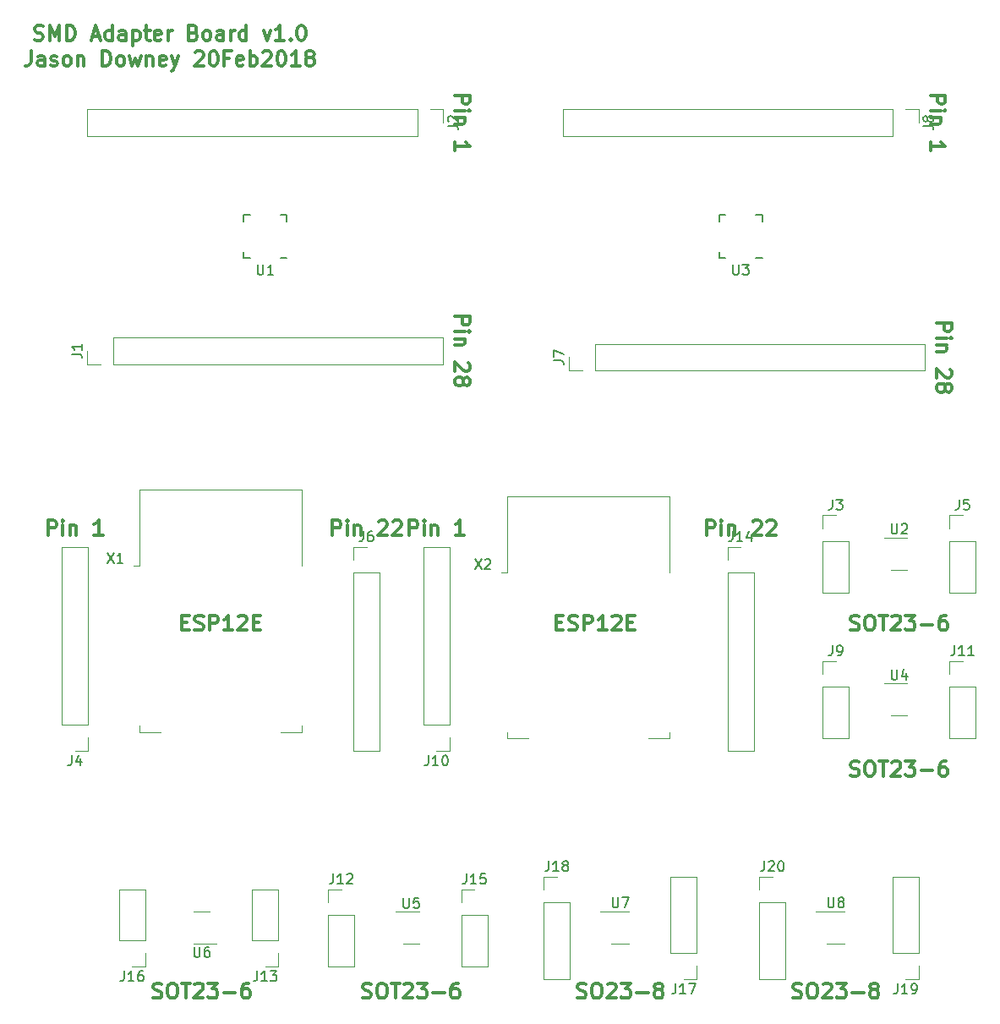
<source format=gbr>
G04 #@! TF.FileFunction,Legend,Top*
%FSLAX46Y46*%
G04 Gerber Fmt 4.6, Leading zero omitted, Abs format (unit mm)*
G04 Created by KiCad (PCBNEW 4.0.7) date 02/20/18 21:57:51*
%MOMM*%
%LPD*%
G01*
G04 APERTURE LIST*
%ADD10C,0.100000*%
%ADD11C,0.300000*%
%ADD12C,0.150000*%
%ADD13C,0.120000*%
G04 APERTURE END LIST*
D10*
D11*
X15003572Y-16477143D02*
X15217858Y-16548571D01*
X15575001Y-16548571D01*
X15717858Y-16477143D01*
X15789287Y-16405714D01*
X15860715Y-16262857D01*
X15860715Y-16120000D01*
X15789287Y-15977143D01*
X15717858Y-15905714D01*
X15575001Y-15834286D01*
X15289287Y-15762857D01*
X15146429Y-15691429D01*
X15075001Y-15620000D01*
X15003572Y-15477143D01*
X15003572Y-15334286D01*
X15075001Y-15191429D01*
X15146429Y-15120000D01*
X15289287Y-15048571D01*
X15646429Y-15048571D01*
X15860715Y-15120000D01*
X16503572Y-16548571D02*
X16503572Y-15048571D01*
X17003572Y-16120000D01*
X17503572Y-15048571D01*
X17503572Y-16548571D01*
X18217858Y-16548571D02*
X18217858Y-15048571D01*
X18575001Y-15048571D01*
X18789286Y-15120000D01*
X18932144Y-15262857D01*
X19003572Y-15405714D01*
X19075001Y-15691429D01*
X19075001Y-15905714D01*
X19003572Y-16191429D01*
X18932144Y-16334286D01*
X18789286Y-16477143D01*
X18575001Y-16548571D01*
X18217858Y-16548571D01*
X20789286Y-16120000D02*
X21503572Y-16120000D01*
X20646429Y-16548571D02*
X21146429Y-15048571D01*
X21646429Y-16548571D01*
X22789286Y-16548571D02*
X22789286Y-15048571D01*
X22789286Y-16477143D02*
X22646429Y-16548571D01*
X22360715Y-16548571D01*
X22217857Y-16477143D01*
X22146429Y-16405714D01*
X22075000Y-16262857D01*
X22075000Y-15834286D01*
X22146429Y-15691429D01*
X22217857Y-15620000D01*
X22360715Y-15548571D01*
X22646429Y-15548571D01*
X22789286Y-15620000D01*
X24146429Y-16548571D02*
X24146429Y-15762857D01*
X24075000Y-15620000D01*
X23932143Y-15548571D01*
X23646429Y-15548571D01*
X23503572Y-15620000D01*
X24146429Y-16477143D02*
X24003572Y-16548571D01*
X23646429Y-16548571D01*
X23503572Y-16477143D01*
X23432143Y-16334286D01*
X23432143Y-16191429D01*
X23503572Y-16048571D01*
X23646429Y-15977143D01*
X24003572Y-15977143D01*
X24146429Y-15905714D01*
X24860715Y-15548571D02*
X24860715Y-17048571D01*
X24860715Y-15620000D02*
X25003572Y-15548571D01*
X25289286Y-15548571D01*
X25432143Y-15620000D01*
X25503572Y-15691429D01*
X25575001Y-15834286D01*
X25575001Y-16262857D01*
X25503572Y-16405714D01*
X25432143Y-16477143D01*
X25289286Y-16548571D01*
X25003572Y-16548571D01*
X24860715Y-16477143D01*
X26003572Y-15548571D02*
X26575001Y-15548571D01*
X26217858Y-15048571D02*
X26217858Y-16334286D01*
X26289286Y-16477143D01*
X26432144Y-16548571D01*
X26575001Y-16548571D01*
X27646429Y-16477143D02*
X27503572Y-16548571D01*
X27217858Y-16548571D01*
X27075001Y-16477143D01*
X27003572Y-16334286D01*
X27003572Y-15762857D01*
X27075001Y-15620000D01*
X27217858Y-15548571D01*
X27503572Y-15548571D01*
X27646429Y-15620000D01*
X27717858Y-15762857D01*
X27717858Y-15905714D01*
X27003572Y-16048571D01*
X28360715Y-16548571D02*
X28360715Y-15548571D01*
X28360715Y-15834286D02*
X28432143Y-15691429D01*
X28503572Y-15620000D01*
X28646429Y-15548571D01*
X28789286Y-15548571D01*
X30932143Y-15762857D02*
X31146429Y-15834286D01*
X31217857Y-15905714D01*
X31289286Y-16048571D01*
X31289286Y-16262857D01*
X31217857Y-16405714D01*
X31146429Y-16477143D01*
X31003571Y-16548571D01*
X30432143Y-16548571D01*
X30432143Y-15048571D01*
X30932143Y-15048571D01*
X31075000Y-15120000D01*
X31146429Y-15191429D01*
X31217857Y-15334286D01*
X31217857Y-15477143D01*
X31146429Y-15620000D01*
X31075000Y-15691429D01*
X30932143Y-15762857D01*
X30432143Y-15762857D01*
X32146429Y-16548571D02*
X32003571Y-16477143D01*
X31932143Y-16405714D01*
X31860714Y-16262857D01*
X31860714Y-15834286D01*
X31932143Y-15691429D01*
X32003571Y-15620000D01*
X32146429Y-15548571D01*
X32360714Y-15548571D01*
X32503571Y-15620000D01*
X32575000Y-15691429D01*
X32646429Y-15834286D01*
X32646429Y-16262857D01*
X32575000Y-16405714D01*
X32503571Y-16477143D01*
X32360714Y-16548571D01*
X32146429Y-16548571D01*
X33932143Y-16548571D02*
X33932143Y-15762857D01*
X33860714Y-15620000D01*
X33717857Y-15548571D01*
X33432143Y-15548571D01*
X33289286Y-15620000D01*
X33932143Y-16477143D02*
X33789286Y-16548571D01*
X33432143Y-16548571D01*
X33289286Y-16477143D01*
X33217857Y-16334286D01*
X33217857Y-16191429D01*
X33289286Y-16048571D01*
X33432143Y-15977143D01*
X33789286Y-15977143D01*
X33932143Y-15905714D01*
X34646429Y-16548571D02*
X34646429Y-15548571D01*
X34646429Y-15834286D02*
X34717857Y-15691429D01*
X34789286Y-15620000D01*
X34932143Y-15548571D01*
X35075000Y-15548571D01*
X36217857Y-16548571D02*
X36217857Y-15048571D01*
X36217857Y-16477143D02*
X36075000Y-16548571D01*
X35789286Y-16548571D01*
X35646428Y-16477143D01*
X35575000Y-16405714D01*
X35503571Y-16262857D01*
X35503571Y-15834286D01*
X35575000Y-15691429D01*
X35646428Y-15620000D01*
X35789286Y-15548571D01*
X36075000Y-15548571D01*
X36217857Y-15620000D01*
X37932143Y-15548571D02*
X38289286Y-16548571D01*
X38646428Y-15548571D01*
X40003571Y-16548571D02*
X39146428Y-16548571D01*
X39575000Y-16548571D02*
X39575000Y-15048571D01*
X39432143Y-15262857D01*
X39289285Y-15405714D01*
X39146428Y-15477143D01*
X40646428Y-16405714D02*
X40717856Y-16477143D01*
X40646428Y-16548571D01*
X40574999Y-16477143D01*
X40646428Y-16405714D01*
X40646428Y-16548571D01*
X41646428Y-15048571D02*
X41789285Y-15048571D01*
X41932142Y-15120000D01*
X42003571Y-15191429D01*
X42075000Y-15334286D01*
X42146428Y-15620000D01*
X42146428Y-15977143D01*
X42075000Y-16262857D01*
X42003571Y-16405714D01*
X41932142Y-16477143D01*
X41789285Y-16548571D01*
X41646428Y-16548571D01*
X41503571Y-16477143D01*
X41432142Y-16405714D01*
X41360714Y-16262857D01*
X41289285Y-15977143D01*
X41289285Y-15620000D01*
X41360714Y-15334286D01*
X41432142Y-15191429D01*
X41503571Y-15120000D01*
X41646428Y-15048571D01*
X14646430Y-17598571D02*
X14646430Y-18670000D01*
X14575002Y-18884286D01*
X14432145Y-19027143D01*
X14217859Y-19098571D01*
X14075002Y-19098571D01*
X16003573Y-19098571D02*
X16003573Y-18312857D01*
X15932144Y-18170000D01*
X15789287Y-18098571D01*
X15503573Y-18098571D01*
X15360716Y-18170000D01*
X16003573Y-19027143D02*
X15860716Y-19098571D01*
X15503573Y-19098571D01*
X15360716Y-19027143D01*
X15289287Y-18884286D01*
X15289287Y-18741429D01*
X15360716Y-18598571D01*
X15503573Y-18527143D01*
X15860716Y-18527143D01*
X16003573Y-18455714D01*
X16646430Y-19027143D02*
X16789287Y-19098571D01*
X17075002Y-19098571D01*
X17217859Y-19027143D01*
X17289287Y-18884286D01*
X17289287Y-18812857D01*
X17217859Y-18670000D01*
X17075002Y-18598571D01*
X16860716Y-18598571D01*
X16717859Y-18527143D01*
X16646430Y-18384286D01*
X16646430Y-18312857D01*
X16717859Y-18170000D01*
X16860716Y-18098571D01*
X17075002Y-18098571D01*
X17217859Y-18170000D01*
X18146431Y-19098571D02*
X18003573Y-19027143D01*
X17932145Y-18955714D01*
X17860716Y-18812857D01*
X17860716Y-18384286D01*
X17932145Y-18241429D01*
X18003573Y-18170000D01*
X18146431Y-18098571D01*
X18360716Y-18098571D01*
X18503573Y-18170000D01*
X18575002Y-18241429D01*
X18646431Y-18384286D01*
X18646431Y-18812857D01*
X18575002Y-18955714D01*
X18503573Y-19027143D01*
X18360716Y-19098571D01*
X18146431Y-19098571D01*
X19289288Y-18098571D02*
X19289288Y-19098571D01*
X19289288Y-18241429D02*
X19360716Y-18170000D01*
X19503574Y-18098571D01*
X19717859Y-18098571D01*
X19860716Y-18170000D01*
X19932145Y-18312857D01*
X19932145Y-19098571D01*
X21789288Y-19098571D02*
X21789288Y-17598571D01*
X22146431Y-17598571D01*
X22360716Y-17670000D01*
X22503574Y-17812857D01*
X22575002Y-17955714D01*
X22646431Y-18241429D01*
X22646431Y-18455714D01*
X22575002Y-18741429D01*
X22503574Y-18884286D01*
X22360716Y-19027143D01*
X22146431Y-19098571D01*
X21789288Y-19098571D01*
X23503574Y-19098571D02*
X23360716Y-19027143D01*
X23289288Y-18955714D01*
X23217859Y-18812857D01*
X23217859Y-18384286D01*
X23289288Y-18241429D01*
X23360716Y-18170000D01*
X23503574Y-18098571D01*
X23717859Y-18098571D01*
X23860716Y-18170000D01*
X23932145Y-18241429D01*
X24003574Y-18384286D01*
X24003574Y-18812857D01*
X23932145Y-18955714D01*
X23860716Y-19027143D01*
X23717859Y-19098571D01*
X23503574Y-19098571D01*
X24503574Y-18098571D02*
X24789288Y-19098571D01*
X25075002Y-18384286D01*
X25360717Y-19098571D01*
X25646431Y-18098571D01*
X26217860Y-18098571D02*
X26217860Y-19098571D01*
X26217860Y-18241429D02*
X26289288Y-18170000D01*
X26432146Y-18098571D01*
X26646431Y-18098571D01*
X26789288Y-18170000D01*
X26860717Y-18312857D01*
X26860717Y-19098571D01*
X28146431Y-19027143D02*
X28003574Y-19098571D01*
X27717860Y-19098571D01*
X27575003Y-19027143D01*
X27503574Y-18884286D01*
X27503574Y-18312857D01*
X27575003Y-18170000D01*
X27717860Y-18098571D01*
X28003574Y-18098571D01*
X28146431Y-18170000D01*
X28217860Y-18312857D01*
X28217860Y-18455714D01*
X27503574Y-18598571D01*
X28717860Y-18098571D02*
X29075003Y-19098571D01*
X29432145Y-18098571D02*
X29075003Y-19098571D01*
X28932145Y-19455714D01*
X28860717Y-19527143D01*
X28717860Y-19598571D01*
X31075002Y-17741429D02*
X31146431Y-17670000D01*
X31289288Y-17598571D01*
X31646431Y-17598571D01*
X31789288Y-17670000D01*
X31860717Y-17741429D01*
X31932145Y-17884286D01*
X31932145Y-18027143D01*
X31860717Y-18241429D01*
X31003574Y-19098571D01*
X31932145Y-19098571D01*
X32860716Y-17598571D02*
X33003573Y-17598571D01*
X33146430Y-17670000D01*
X33217859Y-17741429D01*
X33289288Y-17884286D01*
X33360716Y-18170000D01*
X33360716Y-18527143D01*
X33289288Y-18812857D01*
X33217859Y-18955714D01*
X33146430Y-19027143D01*
X33003573Y-19098571D01*
X32860716Y-19098571D01*
X32717859Y-19027143D01*
X32646430Y-18955714D01*
X32575002Y-18812857D01*
X32503573Y-18527143D01*
X32503573Y-18170000D01*
X32575002Y-17884286D01*
X32646430Y-17741429D01*
X32717859Y-17670000D01*
X32860716Y-17598571D01*
X34503573Y-18312857D02*
X34003573Y-18312857D01*
X34003573Y-19098571D02*
X34003573Y-17598571D01*
X34717859Y-17598571D01*
X35860715Y-19027143D02*
X35717858Y-19098571D01*
X35432144Y-19098571D01*
X35289287Y-19027143D01*
X35217858Y-18884286D01*
X35217858Y-18312857D01*
X35289287Y-18170000D01*
X35432144Y-18098571D01*
X35717858Y-18098571D01*
X35860715Y-18170000D01*
X35932144Y-18312857D01*
X35932144Y-18455714D01*
X35217858Y-18598571D01*
X36575001Y-19098571D02*
X36575001Y-17598571D01*
X36575001Y-18170000D02*
X36717858Y-18098571D01*
X37003572Y-18098571D01*
X37146429Y-18170000D01*
X37217858Y-18241429D01*
X37289287Y-18384286D01*
X37289287Y-18812857D01*
X37217858Y-18955714D01*
X37146429Y-19027143D01*
X37003572Y-19098571D01*
X36717858Y-19098571D01*
X36575001Y-19027143D01*
X37860715Y-17741429D02*
X37932144Y-17670000D01*
X38075001Y-17598571D01*
X38432144Y-17598571D01*
X38575001Y-17670000D01*
X38646430Y-17741429D01*
X38717858Y-17884286D01*
X38717858Y-18027143D01*
X38646430Y-18241429D01*
X37789287Y-19098571D01*
X38717858Y-19098571D01*
X39646429Y-17598571D02*
X39789286Y-17598571D01*
X39932143Y-17670000D01*
X40003572Y-17741429D01*
X40075001Y-17884286D01*
X40146429Y-18170000D01*
X40146429Y-18527143D01*
X40075001Y-18812857D01*
X40003572Y-18955714D01*
X39932143Y-19027143D01*
X39789286Y-19098571D01*
X39646429Y-19098571D01*
X39503572Y-19027143D01*
X39432143Y-18955714D01*
X39360715Y-18812857D01*
X39289286Y-18527143D01*
X39289286Y-18170000D01*
X39360715Y-17884286D01*
X39432143Y-17741429D01*
X39503572Y-17670000D01*
X39646429Y-17598571D01*
X41575000Y-19098571D02*
X40717857Y-19098571D01*
X41146429Y-19098571D02*
X41146429Y-17598571D01*
X41003572Y-17812857D01*
X40860714Y-17955714D01*
X40717857Y-18027143D01*
X42432143Y-18241429D02*
X42289285Y-18170000D01*
X42217857Y-18098571D01*
X42146428Y-17955714D01*
X42146428Y-17884286D01*
X42217857Y-17741429D01*
X42289285Y-17670000D01*
X42432143Y-17598571D01*
X42717857Y-17598571D01*
X42860714Y-17670000D01*
X42932143Y-17741429D01*
X43003571Y-17884286D01*
X43003571Y-17955714D01*
X42932143Y-18098571D01*
X42860714Y-18170000D01*
X42717857Y-18241429D01*
X42432143Y-18241429D01*
X42289285Y-18312857D01*
X42217857Y-18384286D01*
X42146428Y-18527143D01*
X42146428Y-18812857D01*
X42217857Y-18955714D01*
X42289285Y-19027143D01*
X42432143Y-19098571D01*
X42717857Y-19098571D01*
X42860714Y-19027143D01*
X42932143Y-18955714D01*
X43003571Y-18812857D01*
X43003571Y-18527143D01*
X42932143Y-18384286D01*
X42860714Y-18312857D01*
X42717857Y-18241429D01*
X67227144Y-74822857D02*
X67727144Y-74822857D01*
X67941430Y-75608571D02*
X67227144Y-75608571D01*
X67227144Y-74108571D01*
X67941430Y-74108571D01*
X68512858Y-75537143D02*
X68727144Y-75608571D01*
X69084287Y-75608571D01*
X69227144Y-75537143D01*
X69298573Y-75465714D01*
X69370001Y-75322857D01*
X69370001Y-75180000D01*
X69298573Y-75037143D01*
X69227144Y-74965714D01*
X69084287Y-74894286D01*
X68798573Y-74822857D01*
X68655715Y-74751429D01*
X68584287Y-74680000D01*
X68512858Y-74537143D01*
X68512858Y-74394286D01*
X68584287Y-74251429D01*
X68655715Y-74180000D01*
X68798573Y-74108571D01*
X69155715Y-74108571D01*
X69370001Y-74180000D01*
X70012858Y-75608571D02*
X70012858Y-74108571D01*
X70584286Y-74108571D01*
X70727144Y-74180000D01*
X70798572Y-74251429D01*
X70870001Y-74394286D01*
X70870001Y-74608571D01*
X70798572Y-74751429D01*
X70727144Y-74822857D01*
X70584286Y-74894286D01*
X70012858Y-74894286D01*
X72298572Y-75608571D02*
X71441429Y-75608571D01*
X71870001Y-75608571D02*
X71870001Y-74108571D01*
X71727144Y-74322857D01*
X71584286Y-74465714D01*
X71441429Y-74537143D01*
X72870000Y-74251429D02*
X72941429Y-74180000D01*
X73084286Y-74108571D01*
X73441429Y-74108571D01*
X73584286Y-74180000D01*
X73655715Y-74251429D01*
X73727143Y-74394286D01*
X73727143Y-74537143D01*
X73655715Y-74751429D01*
X72798572Y-75608571D01*
X73727143Y-75608571D01*
X74370000Y-74822857D02*
X74870000Y-74822857D01*
X75084286Y-75608571D02*
X74370000Y-75608571D01*
X74370000Y-74108571D01*
X75084286Y-74108571D01*
X29762144Y-74822857D02*
X30262144Y-74822857D01*
X30476430Y-75608571D02*
X29762144Y-75608571D01*
X29762144Y-74108571D01*
X30476430Y-74108571D01*
X31047858Y-75537143D02*
X31262144Y-75608571D01*
X31619287Y-75608571D01*
X31762144Y-75537143D01*
X31833573Y-75465714D01*
X31905001Y-75322857D01*
X31905001Y-75180000D01*
X31833573Y-75037143D01*
X31762144Y-74965714D01*
X31619287Y-74894286D01*
X31333573Y-74822857D01*
X31190715Y-74751429D01*
X31119287Y-74680000D01*
X31047858Y-74537143D01*
X31047858Y-74394286D01*
X31119287Y-74251429D01*
X31190715Y-74180000D01*
X31333573Y-74108571D01*
X31690715Y-74108571D01*
X31905001Y-74180000D01*
X32547858Y-75608571D02*
X32547858Y-74108571D01*
X33119286Y-74108571D01*
X33262144Y-74180000D01*
X33333572Y-74251429D01*
X33405001Y-74394286D01*
X33405001Y-74608571D01*
X33333572Y-74751429D01*
X33262144Y-74822857D01*
X33119286Y-74894286D01*
X32547858Y-74894286D01*
X34833572Y-75608571D02*
X33976429Y-75608571D01*
X34405001Y-75608571D02*
X34405001Y-74108571D01*
X34262144Y-74322857D01*
X34119286Y-74465714D01*
X33976429Y-74537143D01*
X35405000Y-74251429D02*
X35476429Y-74180000D01*
X35619286Y-74108571D01*
X35976429Y-74108571D01*
X36119286Y-74180000D01*
X36190715Y-74251429D01*
X36262143Y-74394286D01*
X36262143Y-74537143D01*
X36190715Y-74751429D01*
X35333572Y-75608571D01*
X36262143Y-75608571D01*
X36905000Y-74822857D02*
X37405000Y-74822857D01*
X37619286Y-75608571D02*
X36905000Y-75608571D01*
X36905000Y-74108571D01*
X37619286Y-74108571D01*
X90964286Y-112367143D02*
X91178572Y-112438571D01*
X91535715Y-112438571D01*
X91678572Y-112367143D01*
X91750001Y-112295714D01*
X91821429Y-112152857D01*
X91821429Y-112010000D01*
X91750001Y-111867143D01*
X91678572Y-111795714D01*
X91535715Y-111724286D01*
X91250001Y-111652857D01*
X91107143Y-111581429D01*
X91035715Y-111510000D01*
X90964286Y-111367143D01*
X90964286Y-111224286D01*
X91035715Y-111081429D01*
X91107143Y-111010000D01*
X91250001Y-110938571D01*
X91607143Y-110938571D01*
X91821429Y-111010000D01*
X92750000Y-110938571D02*
X93035714Y-110938571D01*
X93178572Y-111010000D01*
X93321429Y-111152857D01*
X93392857Y-111438571D01*
X93392857Y-111938571D01*
X93321429Y-112224286D01*
X93178572Y-112367143D01*
X93035714Y-112438571D01*
X92750000Y-112438571D01*
X92607143Y-112367143D01*
X92464286Y-112224286D01*
X92392857Y-111938571D01*
X92392857Y-111438571D01*
X92464286Y-111152857D01*
X92607143Y-111010000D01*
X92750000Y-110938571D01*
X93964286Y-111081429D02*
X94035715Y-111010000D01*
X94178572Y-110938571D01*
X94535715Y-110938571D01*
X94678572Y-111010000D01*
X94750001Y-111081429D01*
X94821429Y-111224286D01*
X94821429Y-111367143D01*
X94750001Y-111581429D01*
X93892858Y-112438571D01*
X94821429Y-112438571D01*
X95321429Y-110938571D02*
X96250000Y-110938571D01*
X95750000Y-111510000D01*
X95964286Y-111510000D01*
X96107143Y-111581429D01*
X96178572Y-111652857D01*
X96250000Y-111795714D01*
X96250000Y-112152857D01*
X96178572Y-112295714D01*
X96107143Y-112367143D01*
X95964286Y-112438571D01*
X95535714Y-112438571D01*
X95392857Y-112367143D01*
X95321429Y-112295714D01*
X96892857Y-111867143D02*
X98035714Y-111867143D01*
X98964286Y-111581429D02*
X98821428Y-111510000D01*
X98750000Y-111438571D01*
X98678571Y-111295714D01*
X98678571Y-111224286D01*
X98750000Y-111081429D01*
X98821428Y-111010000D01*
X98964286Y-110938571D01*
X99250000Y-110938571D01*
X99392857Y-111010000D01*
X99464286Y-111081429D01*
X99535714Y-111224286D01*
X99535714Y-111295714D01*
X99464286Y-111438571D01*
X99392857Y-111510000D01*
X99250000Y-111581429D01*
X98964286Y-111581429D01*
X98821428Y-111652857D01*
X98750000Y-111724286D01*
X98678571Y-111867143D01*
X98678571Y-112152857D01*
X98750000Y-112295714D01*
X98821428Y-112367143D01*
X98964286Y-112438571D01*
X99250000Y-112438571D01*
X99392857Y-112367143D01*
X99464286Y-112295714D01*
X99535714Y-112152857D01*
X99535714Y-111867143D01*
X99464286Y-111724286D01*
X99392857Y-111652857D01*
X99250000Y-111581429D01*
X69374286Y-112367143D02*
X69588572Y-112438571D01*
X69945715Y-112438571D01*
X70088572Y-112367143D01*
X70160001Y-112295714D01*
X70231429Y-112152857D01*
X70231429Y-112010000D01*
X70160001Y-111867143D01*
X70088572Y-111795714D01*
X69945715Y-111724286D01*
X69660001Y-111652857D01*
X69517143Y-111581429D01*
X69445715Y-111510000D01*
X69374286Y-111367143D01*
X69374286Y-111224286D01*
X69445715Y-111081429D01*
X69517143Y-111010000D01*
X69660001Y-110938571D01*
X70017143Y-110938571D01*
X70231429Y-111010000D01*
X71160000Y-110938571D02*
X71445714Y-110938571D01*
X71588572Y-111010000D01*
X71731429Y-111152857D01*
X71802857Y-111438571D01*
X71802857Y-111938571D01*
X71731429Y-112224286D01*
X71588572Y-112367143D01*
X71445714Y-112438571D01*
X71160000Y-112438571D01*
X71017143Y-112367143D01*
X70874286Y-112224286D01*
X70802857Y-111938571D01*
X70802857Y-111438571D01*
X70874286Y-111152857D01*
X71017143Y-111010000D01*
X71160000Y-110938571D01*
X72374286Y-111081429D02*
X72445715Y-111010000D01*
X72588572Y-110938571D01*
X72945715Y-110938571D01*
X73088572Y-111010000D01*
X73160001Y-111081429D01*
X73231429Y-111224286D01*
X73231429Y-111367143D01*
X73160001Y-111581429D01*
X72302858Y-112438571D01*
X73231429Y-112438571D01*
X73731429Y-110938571D02*
X74660000Y-110938571D01*
X74160000Y-111510000D01*
X74374286Y-111510000D01*
X74517143Y-111581429D01*
X74588572Y-111652857D01*
X74660000Y-111795714D01*
X74660000Y-112152857D01*
X74588572Y-112295714D01*
X74517143Y-112367143D01*
X74374286Y-112438571D01*
X73945714Y-112438571D01*
X73802857Y-112367143D01*
X73731429Y-112295714D01*
X75302857Y-111867143D02*
X76445714Y-111867143D01*
X77374286Y-111581429D02*
X77231428Y-111510000D01*
X77160000Y-111438571D01*
X77088571Y-111295714D01*
X77088571Y-111224286D01*
X77160000Y-111081429D01*
X77231428Y-111010000D01*
X77374286Y-110938571D01*
X77660000Y-110938571D01*
X77802857Y-111010000D01*
X77874286Y-111081429D01*
X77945714Y-111224286D01*
X77945714Y-111295714D01*
X77874286Y-111438571D01*
X77802857Y-111510000D01*
X77660000Y-111581429D01*
X77374286Y-111581429D01*
X77231428Y-111652857D01*
X77160000Y-111724286D01*
X77088571Y-111867143D01*
X77088571Y-112152857D01*
X77160000Y-112295714D01*
X77231428Y-112367143D01*
X77374286Y-112438571D01*
X77660000Y-112438571D01*
X77802857Y-112367143D01*
X77874286Y-112295714D01*
X77945714Y-112152857D01*
X77945714Y-111867143D01*
X77874286Y-111724286D01*
X77802857Y-111652857D01*
X77660000Y-111581429D01*
X96742858Y-75537143D02*
X96957144Y-75608571D01*
X97314287Y-75608571D01*
X97457144Y-75537143D01*
X97528573Y-75465714D01*
X97600001Y-75322857D01*
X97600001Y-75180000D01*
X97528573Y-75037143D01*
X97457144Y-74965714D01*
X97314287Y-74894286D01*
X97028573Y-74822857D01*
X96885715Y-74751429D01*
X96814287Y-74680000D01*
X96742858Y-74537143D01*
X96742858Y-74394286D01*
X96814287Y-74251429D01*
X96885715Y-74180000D01*
X97028573Y-74108571D01*
X97385715Y-74108571D01*
X97600001Y-74180000D01*
X98528572Y-74108571D02*
X98814286Y-74108571D01*
X98957144Y-74180000D01*
X99100001Y-74322857D01*
X99171429Y-74608571D01*
X99171429Y-75108571D01*
X99100001Y-75394286D01*
X98957144Y-75537143D01*
X98814286Y-75608571D01*
X98528572Y-75608571D01*
X98385715Y-75537143D01*
X98242858Y-75394286D01*
X98171429Y-75108571D01*
X98171429Y-74608571D01*
X98242858Y-74322857D01*
X98385715Y-74180000D01*
X98528572Y-74108571D01*
X99600001Y-74108571D02*
X100457144Y-74108571D01*
X100028573Y-75608571D02*
X100028573Y-74108571D01*
X100885715Y-74251429D02*
X100957144Y-74180000D01*
X101100001Y-74108571D01*
X101457144Y-74108571D01*
X101600001Y-74180000D01*
X101671430Y-74251429D01*
X101742858Y-74394286D01*
X101742858Y-74537143D01*
X101671430Y-74751429D01*
X100814287Y-75608571D01*
X101742858Y-75608571D01*
X102242858Y-74108571D02*
X103171429Y-74108571D01*
X102671429Y-74680000D01*
X102885715Y-74680000D01*
X103028572Y-74751429D01*
X103100001Y-74822857D01*
X103171429Y-74965714D01*
X103171429Y-75322857D01*
X103100001Y-75465714D01*
X103028572Y-75537143D01*
X102885715Y-75608571D01*
X102457143Y-75608571D01*
X102314286Y-75537143D01*
X102242858Y-75465714D01*
X103814286Y-75037143D02*
X104957143Y-75037143D01*
X106314286Y-74108571D02*
X106028572Y-74108571D01*
X105885715Y-74180000D01*
X105814286Y-74251429D01*
X105671429Y-74465714D01*
X105600000Y-74751429D01*
X105600000Y-75322857D01*
X105671429Y-75465714D01*
X105742857Y-75537143D01*
X105885715Y-75608571D01*
X106171429Y-75608571D01*
X106314286Y-75537143D01*
X106385715Y-75465714D01*
X106457143Y-75322857D01*
X106457143Y-74965714D01*
X106385715Y-74822857D01*
X106314286Y-74751429D01*
X106171429Y-74680000D01*
X105885715Y-74680000D01*
X105742857Y-74751429D01*
X105671429Y-74822857D01*
X105600000Y-74965714D01*
X96742858Y-90142143D02*
X96957144Y-90213571D01*
X97314287Y-90213571D01*
X97457144Y-90142143D01*
X97528573Y-90070714D01*
X97600001Y-89927857D01*
X97600001Y-89785000D01*
X97528573Y-89642143D01*
X97457144Y-89570714D01*
X97314287Y-89499286D01*
X97028573Y-89427857D01*
X96885715Y-89356429D01*
X96814287Y-89285000D01*
X96742858Y-89142143D01*
X96742858Y-88999286D01*
X96814287Y-88856429D01*
X96885715Y-88785000D01*
X97028573Y-88713571D01*
X97385715Y-88713571D01*
X97600001Y-88785000D01*
X98528572Y-88713571D02*
X98814286Y-88713571D01*
X98957144Y-88785000D01*
X99100001Y-88927857D01*
X99171429Y-89213571D01*
X99171429Y-89713571D01*
X99100001Y-89999286D01*
X98957144Y-90142143D01*
X98814286Y-90213571D01*
X98528572Y-90213571D01*
X98385715Y-90142143D01*
X98242858Y-89999286D01*
X98171429Y-89713571D01*
X98171429Y-89213571D01*
X98242858Y-88927857D01*
X98385715Y-88785000D01*
X98528572Y-88713571D01*
X99600001Y-88713571D02*
X100457144Y-88713571D01*
X100028573Y-90213571D02*
X100028573Y-88713571D01*
X100885715Y-88856429D02*
X100957144Y-88785000D01*
X101100001Y-88713571D01*
X101457144Y-88713571D01*
X101600001Y-88785000D01*
X101671430Y-88856429D01*
X101742858Y-88999286D01*
X101742858Y-89142143D01*
X101671430Y-89356429D01*
X100814287Y-90213571D01*
X101742858Y-90213571D01*
X102242858Y-88713571D02*
X103171429Y-88713571D01*
X102671429Y-89285000D01*
X102885715Y-89285000D01*
X103028572Y-89356429D01*
X103100001Y-89427857D01*
X103171429Y-89570714D01*
X103171429Y-89927857D01*
X103100001Y-90070714D01*
X103028572Y-90142143D01*
X102885715Y-90213571D01*
X102457143Y-90213571D01*
X102314286Y-90142143D01*
X102242858Y-90070714D01*
X103814286Y-89642143D02*
X104957143Y-89642143D01*
X106314286Y-88713571D02*
X106028572Y-88713571D01*
X105885715Y-88785000D01*
X105814286Y-88856429D01*
X105671429Y-89070714D01*
X105600000Y-89356429D01*
X105600000Y-89927857D01*
X105671429Y-90070714D01*
X105742857Y-90142143D01*
X105885715Y-90213571D01*
X106171429Y-90213571D01*
X106314286Y-90142143D01*
X106385715Y-90070714D01*
X106457143Y-89927857D01*
X106457143Y-89570714D01*
X106385715Y-89427857D01*
X106314286Y-89356429D01*
X106171429Y-89285000D01*
X105885715Y-89285000D01*
X105742857Y-89356429D01*
X105671429Y-89427857D01*
X105600000Y-89570714D01*
X47847858Y-112367143D02*
X48062144Y-112438571D01*
X48419287Y-112438571D01*
X48562144Y-112367143D01*
X48633573Y-112295714D01*
X48705001Y-112152857D01*
X48705001Y-112010000D01*
X48633573Y-111867143D01*
X48562144Y-111795714D01*
X48419287Y-111724286D01*
X48133573Y-111652857D01*
X47990715Y-111581429D01*
X47919287Y-111510000D01*
X47847858Y-111367143D01*
X47847858Y-111224286D01*
X47919287Y-111081429D01*
X47990715Y-111010000D01*
X48133573Y-110938571D01*
X48490715Y-110938571D01*
X48705001Y-111010000D01*
X49633572Y-110938571D02*
X49919286Y-110938571D01*
X50062144Y-111010000D01*
X50205001Y-111152857D01*
X50276429Y-111438571D01*
X50276429Y-111938571D01*
X50205001Y-112224286D01*
X50062144Y-112367143D01*
X49919286Y-112438571D01*
X49633572Y-112438571D01*
X49490715Y-112367143D01*
X49347858Y-112224286D01*
X49276429Y-111938571D01*
X49276429Y-111438571D01*
X49347858Y-111152857D01*
X49490715Y-111010000D01*
X49633572Y-110938571D01*
X50705001Y-110938571D02*
X51562144Y-110938571D01*
X51133573Y-112438571D02*
X51133573Y-110938571D01*
X51990715Y-111081429D02*
X52062144Y-111010000D01*
X52205001Y-110938571D01*
X52562144Y-110938571D01*
X52705001Y-111010000D01*
X52776430Y-111081429D01*
X52847858Y-111224286D01*
X52847858Y-111367143D01*
X52776430Y-111581429D01*
X51919287Y-112438571D01*
X52847858Y-112438571D01*
X53347858Y-110938571D02*
X54276429Y-110938571D01*
X53776429Y-111510000D01*
X53990715Y-111510000D01*
X54133572Y-111581429D01*
X54205001Y-111652857D01*
X54276429Y-111795714D01*
X54276429Y-112152857D01*
X54205001Y-112295714D01*
X54133572Y-112367143D01*
X53990715Y-112438571D01*
X53562143Y-112438571D01*
X53419286Y-112367143D01*
X53347858Y-112295714D01*
X54919286Y-111867143D02*
X56062143Y-111867143D01*
X57419286Y-110938571D02*
X57133572Y-110938571D01*
X56990715Y-111010000D01*
X56919286Y-111081429D01*
X56776429Y-111295714D01*
X56705000Y-111581429D01*
X56705000Y-112152857D01*
X56776429Y-112295714D01*
X56847857Y-112367143D01*
X56990715Y-112438571D01*
X57276429Y-112438571D01*
X57419286Y-112367143D01*
X57490715Y-112295714D01*
X57562143Y-112152857D01*
X57562143Y-111795714D01*
X57490715Y-111652857D01*
X57419286Y-111581429D01*
X57276429Y-111510000D01*
X56990715Y-111510000D01*
X56847857Y-111581429D01*
X56776429Y-111652857D01*
X56705000Y-111795714D01*
X26892858Y-112367143D02*
X27107144Y-112438571D01*
X27464287Y-112438571D01*
X27607144Y-112367143D01*
X27678573Y-112295714D01*
X27750001Y-112152857D01*
X27750001Y-112010000D01*
X27678573Y-111867143D01*
X27607144Y-111795714D01*
X27464287Y-111724286D01*
X27178573Y-111652857D01*
X27035715Y-111581429D01*
X26964287Y-111510000D01*
X26892858Y-111367143D01*
X26892858Y-111224286D01*
X26964287Y-111081429D01*
X27035715Y-111010000D01*
X27178573Y-110938571D01*
X27535715Y-110938571D01*
X27750001Y-111010000D01*
X28678572Y-110938571D02*
X28964286Y-110938571D01*
X29107144Y-111010000D01*
X29250001Y-111152857D01*
X29321429Y-111438571D01*
X29321429Y-111938571D01*
X29250001Y-112224286D01*
X29107144Y-112367143D01*
X28964286Y-112438571D01*
X28678572Y-112438571D01*
X28535715Y-112367143D01*
X28392858Y-112224286D01*
X28321429Y-111938571D01*
X28321429Y-111438571D01*
X28392858Y-111152857D01*
X28535715Y-111010000D01*
X28678572Y-110938571D01*
X29750001Y-110938571D02*
X30607144Y-110938571D01*
X30178573Y-112438571D02*
X30178573Y-110938571D01*
X31035715Y-111081429D02*
X31107144Y-111010000D01*
X31250001Y-110938571D01*
X31607144Y-110938571D01*
X31750001Y-111010000D01*
X31821430Y-111081429D01*
X31892858Y-111224286D01*
X31892858Y-111367143D01*
X31821430Y-111581429D01*
X30964287Y-112438571D01*
X31892858Y-112438571D01*
X32392858Y-110938571D02*
X33321429Y-110938571D01*
X32821429Y-111510000D01*
X33035715Y-111510000D01*
X33178572Y-111581429D01*
X33250001Y-111652857D01*
X33321429Y-111795714D01*
X33321429Y-112152857D01*
X33250001Y-112295714D01*
X33178572Y-112367143D01*
X33035715Y-112438571D01*
X32607143Y-112438571D01*
X32464286Y-112367143D01*
X32392858Y-112295714D01*
X33964286Y-111867143D02*
X35107143Y-111867143D01*
X36464286Y-110938571D02*
X36178572Y-110938571D01*
X36035715Y-111010000D01*
X35964286Y-111081429D01*
X35821429Y-111295714D01*
X35750000Y-111581429D01*
X35750000Y-112152857D01*
X35821429Y-112295714D01*
X35892857Y-112367143D01*
X36035715Y-112438571D01*
X36321429Y-112438571D01*
X36464286Y-112367143D01*
X36535715Y-112295714D01*
X36607143Y-112152857D01*
X36607143Y-111795714D01*
X36535715Y-111652857D01*
X36464286Y-111581429D01*
X36321429Y-111510000D01*
X36035715Y-111510000D01*
X35892857Y-111581429D01*
X35821429Y-111652857D01*
X35750000Y-111795714D01*
X82296429Y-66083571D02*
X82296429Y-64583571D01*
X82867857Y-64583571D01*
X83010715Y-64655000D01*
X83082143Y-64726429D01*
X83153572Y-64869286D01*
X83153572Y-65083571D01*
X83082143Y-65226429D01*
X83010715Y-65297857D01*
X82867857Y-65369286D01*
X82296429Y-65369286D01*
X83796429Y-66083571D02*
X83796429Y-65083571D01*
X83796429Y-64583571D02*
X83725000Y-64655000D01*
X83796429Y-64726429D01*
X83867857Y-64655000D01*
X83796429Y-64583571D01*
X83796429Y-64726429D01*
X84510715Y-65083571D02*
X84510715Y-66083571D01*
X84510715Y-65226429D02*
X84582143Y-65155000D01*
X84725001Y-65083571D01*
X84939286Y-65083571D01*
X85082143Y-65155000D01*
X85153572Y-65297857D01*
X85153572Y-66083571D01*
X86939286Y-64726429D02*
X87010715Y-64655000D01*
X87153572Y-64583571D01*
X87510715Y-64583571D01*
X87653572Y-64655000D01*
X87725001Y-64726429D01*
X87796429Y-64869286D01*
X87796429Y-65012143D01*
X87725001Y-65226429D01*
X86867858Y-66083571D01*
X87796429Y-66083571D01*
X88367857Y-64726429D02*
X88439286Y-64655000D01*
X88582143Y-64583571D01*
X88939286Y-64583571D01*
X89082143Y-64655000D01*
X89153572Y-64726429D01*
X89225000Y-64869286D01*
X89225000Y-65012143D01*
X89153572Y-65226429D01*
X88296429Y-66083571D01*
X89225000Y-66083571D01*
X52530715Y-66083571D02*
X52530715Y-64583571D01*
X53102143Y-64583571D01*
X53245001Y-64655000D01*
X53316429Y-64726429D01*
X53387858Y-64869286D01*
X53387858Y-65083571D01*
X53316429Y-65226429D01*
X53245001Y-65297857D01*
X53102143Y-65369286D01*
X52530715Y-65369286D01*
X54030715Y-66083571D02*
X54030715Y-65083571D01*
X54030715Y-64583571D02*
X53959286Y-64655000D01*
X54030715Y-64726429D01*
X54102143Y-64655000D01*
X54030715Y-64583571D01*
X54030715Y-64726429D01*
X54745001Y-65083571D02*
X54745001Y-66083571D01*
X54745001Y-65226429D02*
X54816429Y-65155000D01*
X54959287Y-65083571D01*
X55173572Y-65083571D01*
X55316429Y-65155000D01*
X55387858Y-65297857D01*
X55387858Y-66083571D01*
X58030715Y-66083571D02*
X57173572Y-66083571D01*
X57602144Y-66083571D02*
X57602144Y-64583571D01*
X57459287Y-64797857D01*
X57316429Y-64940714D01*
X57173572Y-65012143D01*
X44831429Y-66083571D02*
X44831429Y-64583571D01*
X45402857Y-64583571D01*
X45545715Y-64655000D01*
X45617143Y-64726429D01*
X45688572Y-64869286D01*
X45688572Y-65083571D01*
X45617143Y-65226429D01*
X45545715Y-65297857D01*
X45402857Y-65369286D01*
X44831429Y-65369286D01*
X46331429Y-66083571D02*
X46331429Y-65083571D01*
X46331429Y-64583571D02*
X46260000Y-64655000D01*
X46331429Y-64726429D01*
X46402857Y-64655000D01*
X46331429Y-64583571D01*
X46331429Y-64726429D01*
X47045715Y-65083571D02*
X47045715Y-66083571D01*
X47045715Y-65226429D02*
X47117143Y-65155000D01*
X47260001Y-65083571D01*
X47474286Y-65083571D01*
X47617143Y-65155000D01*
X47688572Y-65297857D01*
X47688572Y-66083571D01*
X49474286Y-64726429D02*
X49545715Y-64655000D01*
X49688572Y-64583571D01*
X50045715Y-64583571D01*
X50188572Y-64655000D01*
X50260001Y-64726429D01*
X50331429Y-64869286D01*
X50331429Y-65012143D01*
X50260001Y-65226429D01*
X49402858Y-66083571D01*
X50331429Y-66083571D01*
X50902857Y-64726429D02*
X50974286Y-64655000D01*
X51117143Y-64583571D01*
X51474286Y-64583571D01*
X51617143Y-64655000D01*
X51688572Y-64726429D01*
X51760000Y-64869286D01*
X51760000Y-65012143D01*
X51688572Y-65226429D01*
X50831429Y-66083571D01*
X51760000Y-66083571D01*
X16335715Y-66083571D02*
X16335715Y-64583571D01*
X16907143Y-64583571D01*
X17050001Y-64655000D01*
X17121429Y-64726429D01*
X17192858Y-64869286D01*
X17192858Y-65083571D01*
X17121429Y-65226429D01*
X17050001Y-65297857D01*
X16907143Y-65369286D01*
X16335715Y-65369286D01*
X17835715Y-66083571D02*
X17835715Y-65083571D01*
X17835715Y-64583571D02*
X17764286Y-64655000D01*
X17835715Y-64726429D01*
X17907143Y-64655000D01*
X17835715Y-64583571D01*
X17835715Y-64726429D01*
X18550001Y-65083571D02*
X18550001Y-66083571D01*
X18550001Y-65226429D02*
X18621429Y-65155000D01*
X18764287Y-65083571D01*
X18978572Y-65083571D01*
X19121429Y-65155000D01*
X19192858Y-65297857D01*
X19192858Y-66083571D01*
X21835715Y-66083571D02*
X20978572Y-66083571D01*
X21407144Y-66083571D02*
X21407144Y-64583571D01*
X21264287Y-64797857D01*
X21121429Y-64940714D01*
X20978572Y-65012143D01*
X105366429Y-44831429D02*
X106866429Y-44831429D01*
X106866429Y-45402857D01*
X106795000Y-45545715D01*
X106723571Y-45617143D01*
X106580714Y-45688572D01*
X106366429Y-45688572D01*
X106223571Y-45617143D01*
X106152143Y-45545715D01*
X106080714Y-45402857D01*
X106080714Y-44831429D01*
X105366429Y-46331429D02*
X106366429Y-46331429D01*
X106866429Y-46331429D02*
X106795000Y-46260000D01*
X106723571Y-46331429D01*
X106795000Y-46402857D01*
X106866429Y-46331429D01*
X106723571Y-46331429D01*
X106366429Y-47045715D02*
X105366429Y-47045715D01*
X106223571Y-47045715D02*
X106295000Y-47117143D01*
X106366429Y-47260001D01*
X106366429Y-47474286D01*
X106295000Y-47617143D01*
X106152143Y-47688572D01*
X105366429Y-47688572D01*
X106723571Y-49474286D02*
X106795000Y-49545715D01*
X106866429Y-49688572D01*
X106866429Y-50045715D01*
X106795000Y-50188572D01*
X106723571Y-50260001D01*
X106580714Y-50331429D01*
X106437857Y-50331429D01*
X106223571Y-50260001D01*
X105366429Y-49402858D01*
X105366429Y-50331429D01*
X106223571Y-51188572D02*
X106295000Y-51045714D01*
X106366429Y-50974286D01*
X106509286Y-50902857D01*
X106580714Y-50902857D01*
X106723571Y-50974286D01*
X106795000Y-51045714D01*
X106866429Y-51188572D01*
X106866429Y-51474286D01*
X106795000Y-51617143D01*
X106723571Y-51688572D01*
X106580714Y-51760000D01*
X106509286Y-51760000D01*
X106366429Y-51688572D01*
X106295000Y-51617143D01*
X106223571Y-51474286D01*
X106223571Y-51188572D01*
X106152143Y-51045714D01*
X106080714Y-50974286D01*
X105937857Y-50902857D01*
X105652143Y-50902857D01*
X105509286Y-50974286D01*
X105437857Y-51045714D01*
X105366429Y-51188572D01*
X105366429Y-51474286D01*
X105437857Y-51617143D01*
X105509286Y-51688572D01*
X105652143Y-51760000D01*
X105937857Y-51760000D01*
X106080714Y-51688572D01*
X106152143Y-51617143D01*
X106223571Y-51474286D01*
X104731429Y-22050715D02*
X106231429Y-22050715D01*
X106231429Y-22622143D01*
X106160000Y-22765001D01*
X106088571Y-22836429D01*
X105945714Y-22907858D01*
X105731429Y-22907858D01*
X105588571Y-22836429D01*
X105517143Y-22765001D01*
X105445714Y-22622143D01*
X105445714Y-22050715D01*
X104731429Y-23550715D02*
X105731429Y-23550715D01*
X106231429Y-23550715D02*
X106160000Y-23479286D01*
X106088571Y-23550715D01*
X106160000Y-23622143D01*
X106231429Y-23550715D01*
X106088571Y-23550715D01*
X105731429Y-24265001D02*
X104731429Y-24265001D01*
X105588571Y-24265001D02*
X105660000Y-24336429D01*
X105731429Y-24479287D01*
X105731429Y-24693572D01*
X105660000Y-24836429D01*
X105517143Y-24907858D01*
X104731429Y-24907858D01*
X104731429Y-27550715D02*
X104731429Y-26693572D01*
X104731429Y-27122144D02*
X106231429Y-27122144D01*
X106017143Y-26979287D01*
X105874286Y-26836429D01*
X105802857Y-26693572D01*
X57106429Y-44196429D02*
X58606429Y-44196429D01*
X58606429Y-44767857D01*
X58535000Y-44910715D01*
X58463571Y-44982143D01*
X58320714Y-45053572D01*
X58106429Y-45053572D01*
X57963571Y-44982143D01*
X57892143Y-44910715D01*
X57820714Y-44767857D01*
X57820714Y-44196429D01*
X57106429Y-45696429D02*
X58106429Y-45696429D01*
X58606429Y-45696429D02*
X58535000Y-45625000D01*
X58463571Y-45696429D01*
X58535000Y-45767857D01*
X58606429Y-45696429D01*
X58463571Y-45696429D01*
X58106429Y-46410715D02*
X57106429Y-46410715D01*
X57963571Y-46410715D02*
X58035000Y-46482143D01*
X58106429Y-46625001D01*
X58106429Y-46839286D01*
X58035000Y-46982143D01*
X57892143Y-47053572D01*
X57106429Y-47053572D01*
X58463571Y-48839286D02*
X58535000Y-48910715D01*
X58606429Y-49053572D01*
X58606429Y-49410715D01*
X58535000Y-49553572D01*
X58463571Y-49625001D01*
X58320714Y-49696429D01*
X58177857Y-49696429D01*
X57963571Y-49625001D01*
X57106429Y-48767858D01*
X57106429Y-49696429D01*
X57963571Y-50553572D02*
X58035000Y-50410714D01*
X58106429Y-50339286D01*
X58249286Y-50267857D01*
X58320714Y-50267857D01*
X58463571Y-50339286D01*
X58535000Y-50410714D01*
X58606429Y-50553572D01*
X58606429Y-50839286D01*
X58535000Y-50982143D01*
X58463571Y-51053572D01*
X58320714Y-51125000D01*
X58249286Y-51125000D01*
X58106429Y-51053572D01*
X58035000Y-50982143D01*
X57963571Y-50839286D01*
X57963571Y-50553572D01*
X57892143Y-50410714D01*
X57820714Y-50339286D01*
X57677857Y-50267857D01*
X57392143Y-50267857D01*
X57249286Y-50339286D01*
X57177857Y-50410714D01*
X57106429Y-50553572D01*
X57106429Y-50839286D01*
X57177857Y-50982143D01*
X57249286Y-51053572D01*
X57392143Y-51125000D01*
X57677857Y-51125000D01*
X57820714Y-51053572D01*
X57892143Y-50982143D01*
X57963571Y-50839286D01*
X57106429Y-22050715D02*
X58606429Y-22050715D01*
X58606429Y-22622143D01*
X58535000Y-22765001D01*
X58463571Y-22836429D01*
X58320714Y-22907858D01*
X58106429Y-22907858D01*
X57963571Y-22836429D01*
X57892143Y-22765001D01*
X57820714Y-22622143D01*
X57820714Y-22050715D01*
X57106429Y-23550715D02*
X58106429Y-23550715D01*
X58606429Y-23550715D02*
X58535000Y-23479286D01*
X58463571Y-23550715D01*
X58535000Y-23622143D01*
X58606429Y-23550715D01*
X58463571Y-23550715D01*
X58106429Y-24265001D02*
X57106429Y-24265001D01*
X57963571Y-24265001D02*
X58035000Y-24336429D01*
X58106429Y-24479287D01*
X58106429Y-24693572D01*
X58035000Y-24836429D01*
X57892143Y-24907858D01*
X57106429Y-24907858D01*
X57106429Y-27550715D02*
X57106429Y-26693572D01*
X57106429Y-27122144D02*
X58606429Y-27122144D01*
X58392143Y-26979287D01*
X58249286Y-26836429D01*
X58177857Y-26693572D01*
D12*
X35950000Y-38345000D02*
X35950000Y-37720000D01*
X40250000Y-34045000D02*
X40250000Y-34670000D01*
X35950000Y-34045000D02*
X35950000Y-34670000D01*
X40250000Y-38345000D02*
X39625000Y-38345000D01*
X40250000Y-34045000D02*
X39625000Y-34045000D01*
X35950000Y-34045000D02*
X36575000Y-34045000D01*
X35950000Y-38345000D02*
X36575000Y-38345000D01*
D13*
X20260000Y-23435000D02*
X20260000Y-26095000D01*
X53340000Y-23435000D02*
X20260000Y-23435000D01*
X53340000Y-26095000D02*
X20260000Y-26095000D01*
X53340000Y-23435000D02*
X53340000Y-26095000D01*
X54610000Y-23435000D02*
X55940000Y-23435000D01*
X55940000Y-23435000D02*
X55940000Y-24765000D01*
X55940000Y-48955000D02*
X55940000Y-46295000D01*
X22860000Y-48955000D02*
X55940000Y-48955000D01*
X22860000Y-46295000D02*
X55940000Y-46295000D01*
X22860000Y-48955000D02*
X22860000Y-46295000D01*
X21590000Y-48955000D02*
X20260000Y-48955000D01*
X20260000Y-48955000D02*
X20260000Y-47625000D01*
X55940000Y-48955000D02*
X55940000Y-46295000D01*
X22860000Y-48955000D02*
X55940000Y-48955000D01*
X22860000Y-46295000D02*
X55940000Y-46295000D01*
X22860000Y-48955000D02*
X22860000Y-46295000D01*
X21590000Y-48955000D02*
X20260000Y-48955000D01*
X20260000Y-48955000D02*
X20260000Y-47625000D01*
X20260000Y-23435000D02*
X20260000Y-26095000D01*
X53340000Y-23435000D02*
X20260000Y-23435000D01*
X53340000Y-26095000D02*
X20260000Y-26095000D01*
X53340000Y-23435000D02*
X53340000Y-26095000D01*
X54610000Y-23435000D02*
X55940000Y-23435000D01*
X55940000Y-23435000D02*
X55940000Y-24765000D01*
D12*
X35950000Y-38345000D02*
X35950000Y-37720000D01*
X40250000Y-34045000D02*
X40250000Y-34670000D01*
X35950000Y-34045000D02*
X35950000Y-34670000D01*
X40250000Y-38345000D02*
X39625000Y-38345000D01*
X40250000Y-34045000D02*
X39625000Y-34045000D01*
X35950000Y-34045000D02*
X36575000Y-34045000D01*
X35950000Y-38345000D02*
X36575000Y-38345000D01*
D13*
X93920000Y-71815000D02*
X96580000Y-71815000D01*
X93920000Y-66675000D02*
X93920000Y-71815000D01*
X96580000Y-66675000D02*
X96580000Y-71815000D01*
X93920000Y-66675000D02*
X96580000Y-66675000D01*
X93920000Y-65405000D02*
X93920000Y-64075000D01*
X93920000Y-64075000D02*
X95250000Y-64075000D01*
X20380000Y-67250000D02*
X17720000Y-67250000D01*
X20380000Y-85090000D02*
X20380000Y-67250000D01*
X17720000Y-85090000D02*
X17720000Y-67250000D01*
X20380000Y-85090000D02*
X17720000Y-85090000D01*
X20380000Y-86360000D02*
X20380000Y-87690000D01*
X20380000Y-87690000D02*
X19050000Y-87690000D01*
X106620000Y-71815000D02*
X109280000Y-71815000D01*
X106620000Y-66675000D02*
X106620000Y-71815000D01*
X109280000Y-66675000D02*
X109280000Y-71815000D01*
X106620000Y-66675000D02*
X109280000Y-66675000D01*
X106620000Y-65405000D02*
X106620000Y-64075000D01*
X106620000Y-64075000D02*
X107950000Y-64075000D01*
X46930000Y-87690000D02*
X49590000Y-87690000D01*
X46930000Y-69850000D02*
X46930000Y-87690000D01*
X49590000Y-69850000D02*
X49590000Y-87690000D01*
X46930000Y-69850000D02*
X49590000Y-69850000D01*
X46930000Y-68580000D02*
X46930000Y-67250000D01*
X46930000Y-67250000D02*
X48260000Y-67250000D01*
X104200000Y-49590000D02*
X104200000Y-46930000D01*
X71120000Y-49590000D02*
X104200000Y-49590000D01*
X71120000Y-46930000D02*
X104200000Y-46930000D01*
X71120000Y-49590000D02*
X71120000Y-46930000D01*
X69850000Y-49590000D02*
X68520000Y-49590000D01*
X68520000Y-49590000D02*
X68520000Y-48260000D01*
X67885000Y-23435000D02*
X67885000Y-26095000D01*
X100965000Y-23435000D02*
X67885000Y-23435000D01*
X100965000Y-26095000D02*
X67885000Y-26095000D01*
X100965000Y-23435000D02*
X100965000Y-26095000D01*
X102235000Y-23435000D02*
X103565000Y-23435000D01*
X103565000Y-23435000D02*
X103565000Y-24765000D01*
X93920000Y-86420000D02*
X96580000Y-86420000D01*
X93920000Y-81280000D02*
X93920000Y-86420000D01*
X96580000Y-81280000D02*
X96580000Y-86420000D01*
X93920000Y-81280000D02*
X96580000Y-81280000D01*
X93920000Y-80010000D02*
X93920000Y-78680000D01*
X93920000Y-78680000D02*
X95250000Y-78680000D01*
X56575000Y-67250000D02*
X53915000Y-67250000D01*
X56575000Y-85090000D02*
X56575000Y-67250000D01*
X53915000Y-85090000D02*
X53915000Y-67250000D01*
X56575000Y-85090000D02*
X53915000Y-85090000D01*
X56575000Y-86360000D02*
X56575000Y-87690000D01*
X56575000Y-87690000D02*
X55245000Y-87690000D01*
X106620000Y-86420000D02*
X109280000Y-86420000D01*
X106620000Y-81280000D02*
X106620000Y-86420000D01*
X109280000Y-81280000D02*
X109280000Y-86420000D01*
X106620000Y-81280000D02*
X109280000Y-81280000D01*
X106620000Y-80010000D02*
X106620000Y-78680000D01*
X106620000Y-78680000D02*
X107950000Y-78680000D01*
X44390000Y-109280000D02*
X47050000Y-109280000D01*
X44390000Y-104140000D02*
X44390000Y-109280000D01*
X47050000Y-104140000D02*
X47050000Y-109280000D01*
X44390000Y-104140000D02*
X47050000Y-104140000D01*
X44390000Y-102870000D02*
X44390000Y-101540000D01*
X44390000Y-101540000D02*
X45720000Y-101540000D01*
X39430000Y-101540000D02*
X36770000Y-101540000D01*
X39430000Y-106680000D02*
X39430000Y-101540000D01*
X36770000Y-106680000D02*
X36770000Y-101540000D01*
X39430000Y-106680000D02*
X36770000Y-106680000D01*
X39430000Y-107950000D02*
X39430000Y-109280000D01*
X39430000Y-109280000D02*
X38100000Y-109280000D01*
X84395000Y-87690000D02*
X87055000Y-87690000D01*
X84395000Y-69850000D02*
X84395000Y-87690000D01*
X87055000Y-69850000D02*
X87055000Y-87690000D01*
X84395000Y-69850000D02*
X87055000Y-69850000D01*
X84395000Y-68580000D02*
X84395000Y-67250000D01*
X84395000Y-67250000D02*
X85725000Y-67250000D01*
X57725000Y-109280000D02*
X60385000Y-109280000D01*
X57725000Y-104140000D02*
X57725000Y-109280000D01*
X60385000Y-104140000D02*
X60385000Y-109280000D01*
X57725000Y-104140000D02*
X60385000Y-104140000D01*
X57725000Y-102870000D02*
X57725000Y-101540000D01*
X57725000Y-101540000D02*
X59055000Y-101540000D01*
X26095000Y-101540000D02*
X23435000Y-101540000D01*
X26095000Y-106680000D02*
X26095000Y-101540000D01*
X23435000Y-106680000D02*
X23435000Y-101540000D01*
X26095000Y-106680000D02*
X23435000Y-106680000D01*
X26095000Y-107950000D02*
X26095000Y-109280000D01*
X26095000Y-109280000D02*
X24765000Y-109280000D01*
X100800000Y-69545000D02*
X102400000Y-69545000D01*
X102400000Y-66345000D02*
X100100000Y-66345000D01*
D12*
X83575000Y-38345000D02*
X83575000Y-37720000D01*
X87875000Y-34045000D02*
X87875000Y-34670000D01*
X83575000Y-34045000D02*
X83575000Y-34670000D01*
X87875000Y-38345000D02*
X87250000Y-38345000D01*
X87875000Y-34045000D02*
X87250000Y-34045000D01*
X83575000Y-34045000D02*
X84200000Y-34045000D01*
X83575000Y-38345000D02*
X84200000Y-38345000D01*
D13*
X100800000Y-84150000D02*
X102400000Y-84150000D01*
X102400000Y-80950000D02*
X100100000Y-80950000D01*
X51905000Y-107010000D02*
X53505000Y-107010000D01*
X53505000Y-103810000D02*
X51205000Y-103810000D01*
X25535000Y-61540000D02*
X41775000Y-61540000D01*
X41775000Y-61540000D02*
X41775000Y-69160000D01*
X41775000Y-85160000D02*
X41775000Y-85780000D01*
X41775000Y-85780000D02*
X39655000Y-85780000D01*
X27655000Y-85780000D02*
X25535000Y-85780000D01*
X25535000Y-85780000D02*
X25535000Y-85160000D01*
X25535000Y-69160000D02*
X25535000Y-61540000D01*
X25535000Y-69160000D02*
X24925000Y-69160000D01*
X62365000Y-62175000D02*
X78605000Y-62175000D01*
X78605000Y-62175000D02*
X78605000Y-69795000D01*
X78605000Y-85795000D02*
X78605000Y-86415000D01*
X78605000Y-86415000D02*
X76485000Y-86415000D01*
X64485000Y-86415000D02*
X62365000Y-86415000D01*
X62365000Y-86415000D02*
X62365000Y-85795000D01*
X62365000Y-69795000D02*
X62365000Y-62175000D01*
X62365000Y-69795000D02*
X61755000Y-69795000D01*
X32550000Y-103810000D02*
X30950000Y-103810000D01*
X30950000Y-107010000D02*
X33250000Y-107010000D01*
X81340000Y-100270000D02*
X78680000Y-100270000D01*
X81340000Y-107950000D02*
X81340000Y-100270000D01*
X78680000Y-107950000D02*
X78680000Y-100270000D01*
X81340000Y-107950000D02*
X78680000Y-107950000D01*
X81340000Y-109220000D02*
X81340000Y-110550000D01*
X81340000Y-110550000D02*
X80010000Y-110550000D01*
X65980000Y-110550000D02*
X68640000Y-110550000D01*
X65980000Y-102870000D02*
X65980000Y-110550000D01*
X68640000Y-102870000D02*
X68640000Y-110550000D01*
X65980000Y-102870000D02*
X68640000Y-102870000D01*
X65980000Y-101600000D02*
X65980000Y-100270000D01*
X65980000Y-100270000D02*
X67310000Y-100270000D01*
X103565000Y-100270000D02*
X100905000Y-100270000D01*
X103565000Y-107950000D02*
X103565000Y-100270000D01*
X100905000Y-107950000D02*
X100905000Y-100270000D01*
X103565000Y-107950000D02*
X100905000Y-107950000D01*
X103565000Y-109220000D02*
X103565000Y-110550000D01*
X103565000Y-110550000D02*
X102235000Y-110550000D01*
X87570000Y-110550000D02*
X90230000Y-110550000D01*
X87570000Y-102870000D02*
X87570000Y-110550000D01*
X90230000Y-102870000D02*
X90230000Y-110550000D01*
X87570000Y-102870000D02*
X90230000Y-102870000D01*
X87570000Y-101600000D02*
X87570000Y-100270000D01*
X87570000Y-100270000D02*
X88900000Y-100270000D01*
X72760000Y-107020000D02*
X74560000Y-107020000D01*
X74560000Y-103800000D02*
X71610000Y-103800000D01*
X94350000Y-107020000D02*
X96150000Y-107020000D01*
X96150000Y-103800000D02*
X93200000Y-103800000D01*
D12*
X37338095Y-38997381D02*
X37338095Y-39806905D01*
X37385714Y-39902143D01*
X37433333Y-39949762D01*
X37528571Y-39997381D01*
X37719048Y-39997381D01*
X37814286Y-39949762D01*
X37861905Y-39902143D01*
X37909524Y-39806905D01*
X37909524Y-38997381D01*
X38909524Y-39997381D02*
X38338095Y-39997381D01*
X38623809Y-39997381D02*
X38623809Y-38997381D01*
X38528571Y-39140238D01*
X38433333Y-39235476D01*
X38338095Y-39283095D01*
X56392381Y-25098333D02*
X57106667Y-25098333D01*
X57249524Y-25145953D01*
X57344762Y-25241191D01*
X57392381Y-25384048D01*
X57392381Y-25479286D01*
X56487619Y-24669762D02*
X56440000Y-24622143D01*
X56392381Y-24526905D01*
X56392381Y-24288809D01*
X56440000Y-24193571D01*
X56487619Y-24145952D01*
X56582857Y-24098333D01*
X56678095Y-24098333D01*
X56820952Y-24145952D01*
X57392381Y-24717381D01*
X57392381Y-24098333D01*
X18712381Y-47958333D02*
X19426667Y-47958333D01*
X19569524Y-48005953D01*
X19664762Y-48101191D01*
X19712381Y-48244048D01*
X19712381Y-48339286D01*
X19712381Y-46958333D02*
X19712381Y-47529762D01*
X19712381Y-47244048D02*
X18712381Y-47244048D01*
X18855238Y-47339286D01*
X18950476Y-47434524D01*
X18998095Y-47529762D01*
X18712381Y-47958333D02*
X19426667Y-47958333D01*
X19569524Y-48005953D01*
X19664762Y-48101191D01*
X19712381Y-48244048D01*
X19712381Y-48339286D01*
X19712381Y-46958333D02*
X19712381Y-47529762D01*
X19712381Y-47244048D02*
X18712381Y-47244048D01*
X18855238Y-47339286D01*
X18950476Y-47434524D01*
X18998095Y-47529762D01*
X56392381Y-25098333D02*
X57106667Y-25098333D01*
X57249524Y-25145953D01*
X57344762Y-25241191D01*
X57392381Y-25384048D01*
X57392381Y-25479286D01*
X56487619Y-24669762D02*
X56440000Y-24622143D01*
X56392381Y-24526905D01*
X56392381Y-24288809D01*
X56440000Y-24193571D01*
X56487619Y-24145952D01*
X56582857Y-24098333D01*
X56678095Y-24098333D01*
X56820952Y-24145952D01*
X57392381Y-24717381D01*
X57392381Y-24098333D01*
X37338095Y-38997381D02*
X37338095Y-39806905D01*
X37385714Y-39902143D01*
X37433333Y-39949762D01*
X37528571Y-39997381D01*
X37719048Y-39997381D01*
X37814286Y-39949762D01*
X37861905Y-39902143D01*
X37909524Y-39806905D01*
X37909524Y-38997381D01*
X38909524Y-39997381D02*
X38338095Y-39997381D01*
X38623809Y-39997381D02*
X38623809Y-38997381D01*
X38528571Y-39140238D01*
X38433333Y-39235476D01*
X38338095Y-39283095D01*
X94916667Y-62527381D02*
X94916667Y-63241667D01*
X94869047Y-63384524D01*
X94773809Y-63479762D01*
X94630952Y-63527381D01*
X94535714Y-63527381D01*
X95297619Y-62527381D02*
X95916667Y-62527381D01*
X95583333Y-62908333D01*
X95726191Y-62908333D01*
X95821429Y-62955952D01*
X95869048Y-63003571D01*
X95916667Y-63098810D01*
X95916667Y-63336905D01*
X95869048Y-63432143D01*
X95821429Y-63479762D01*
X95726191Y-63527381D01*
X95440476Y-63527381D01*
X95345238Y-63479762D01*
X95297619Y-63432143D01*
X18716667Y-88142381D02*
X18716667Y-88856667D01*
X18669047Y-88999524D01*
X18573809Y-89094762D01*
X18430952Y-89142381D01*
X18335714Y-89142381D01*
X19621429Y-88475714D02*
X19621429Y-89142381D01*
X19383333Y-88094762D02*
X19145238Y-88809048D01*
X19764286Y-88809048D01*
X107616667Y-62527381D02*
X107616667Y-63241667D01*
X107569047Y-63384524D01*
X107473809Y-63479762D01*
X107330952Y-63527381D01*
X107235714Y-63527381D01*
X108569048Y-62527381D02*
X108092857Y-62527381D01*
X108045238Y-63003571D01*
X108092857Y-62955952D01*
X108188095Y-62908333D01*
X108426191Y-62908333D01*
X108521429Y-62955952D01*
X108569048Y-63003571D01*
X108616667Y-63098810D01*
X108616667Y-63336905D01*
X108569048Y-63432143D01*
X108521429Y-63479762D01*
X108426191Y-63527381D01*
X108188095Y-63527381D01*
X108092857Y-63479762D01*
X108045238Y-63432143D01*
X47926667Y-65702381D02*
X47926667Y-66416667D01*
X47879047Y-66559524D01*
X47783809Y-66654762D01*
X47640952Y-66702381D01*
X47545714Y-66702381D01*
X48831429Y-65702381D02*
X48640952Y-65702381D01*
X48545714Y-65750000D01*
X48498095Y-65797619D01*
X48402857Y-65940476D01*
X48355238Y-66130952D01*
X48355238Y-66511905D01*
X48402857Y-66607143D01*
X48450476Y-66654762D01*
X48545714Y-66702381D01*
X48736191Y-66702381D01*
X48831429Y-66654762D01*
X48879048Y-66607143D01*
X48926667Y-66511905D01*
X48926667Y-66273810D01*
X48879048Y-66178571D01*
X48831429Y-66130952D01*
X48736191Y-66083333D01*
X48545714Y-66083333D01*
X48450476Y-66130952D01*
X48402857Y-66178571D01*
X48355238Y-66273810D01*
X66972381Y-48593333D02*
X67686667Y-48593333D01*
X67829524Y-48640953D01*
X67924762Y-48736191D01*
X67972381Y-48879048D01*
X67972381Y-48974286D01*
X66972381Y-48212381D02*
X66972381Y-47545714D01*
X67972381Y-47974286D01*
X104017381Y-25098333D02*
X104731667Y-25098333D01*
X104874524Y-25145953D01*
X104969762Y-25241191D01*
X105017381Y-25384048D01*
X105017381Y-25479286D01*
X104445952Y-24479286D02*
X104398333Y-24574524D01*
X104350714Y-24622143D01*
X104255476Y-24669762D01*
X104207857Y-24669762D01*
X104112619Y-24622143D01*
X104065000Y-24574524D01*
X104017381Y-24479286D01*
X104017381Y-24288809D01*
X104065000Y-24193571D01*
X104112619Y-24145952D01*
X104207857Y-24098333D01*
X104255476Y-24098333D01*
X104350714Y-24145952D01*
X104398333Y-24193571D01*
X104445952Y-24288809D01*
X104445952Y-24479286D01*
X104493571Y-24574524D01*
X104541190Y-24622143D01*
X104636429Y-24669762D01*
X104826905Y-24669762D01*
X104922143Y-24622143D01*
X104969762Y-24574524D01*
X105017381Y-24479286D01*
X105017381Y-24288809D01*
X104969762Y-24193571D01*
X104922143Y-24145952D01*
X104826905Y-24098333D01*
X104636429Y-24098333D01*
X104541190Y-24145952D01*
X104493571Y-24193571D01*
X104445952Y-24288809D01*
X94916667Y-77132381D02*
X94916667Y-77846667D01*
X94869047Y-77989524D01*
X94773809Y-78084762D01*
X94630952Y-78132381D01*
X94535714Y-78132381D01*
X95440476Y-78132381D02*
X95630952Y-78132381D01*
X95726191Y-78084762D01*
X95773810Y-78037143D01*
X95869048Y-77894286D01*
X95916667Y-77703810D01*
X95916667Y-77322857D01*
X95869048Y-77227619D01*
X95821429Y-77180000D01*
X95726191Y-77132381D01*
X95535714Y-77132381D01*
X95440476Y-77180000D01*
X95392857Y-77227619D01*
X95345238Y-77322857D01*
X95345238Y-77560952D01*
X95392857Y-77656190D01*
X95440476Y-77703810D01*
X95535714Y-77751429D01*
X95726191Y-77751429D01*
X95821429Y-77703810D01*
X95869048Y-77656190D01*
X95916667Y-77560952D01*
X54435477Y-88142381D02*
X54435477Y-88856667D01*
X54387857Y-88999524D01*
X54292619Y-89094762D01*
X54149762Y-89142381D01*
X54054524Y-89142381D01*
X55435477Y-89142381D02*
X54864048Y-89142381D01*
X55149762Y-89142381D02*
X55149762Y-88142381D01*
X55054524Y-88285238D01*
X54959286Y-88380476D01*
X54864048Y-88428095D01*
X56054524Y-88142381D02*
X56149763Y-88142381D01*
X56245001Y-88190000D01*
X56292620Y-88237619D01*
X56340239Y-88332857D01*
X56387858Y-88523333D01*
X56387858Y-88761429D01*
X56340239Y-88951905D01*
X56292620Y-89047143D01*
X56245001Y-89094762D01*
X56149763Y-89142381D01*
X56054524Y-89142381D01*
X55959286Y-89094762D01*
X55911667Y-89047143D01*
X55864048Y-88951905D01*
X55816429Y-88761429D01*
X55816429Y-88523333D01*
X55864048Y-88332857D01*
X55911667Y-88237619D01*
X55959286Y-88190000D01*
X56054524Y-88142381D01*
X107140477Y-77132381D02*
X107140477Y-77846667D01*
X107092857Y-77989524D01*
X106997619Y-78084762D01*
X106854762Y-78132381D01*
X106759524Y-78132381D01*
X108140477Y-78132381D02*
X107569048Y-78132381D01*
X107854762Y-78132381D02*
X107854762Y-77132381D01*
X107759524Y-77275238D01*
X107664286Y-77370476D01*
X107569048Y-77418095D01*
X109092858Y-78132381D02*
X108521429Y-78132381D01*
X108807143Y-78132381D02*
X108807143Y-77132381D01*
X108711905Y-77275238D01*
X108616667Y-77370476D01*
X108521429Y-77418095D01*
X44910477Y-99992381D02*
X44910477Y-100706667D01*
X44862857Y-100849524D01*
X44767619Y-100944762D01*
X44624762Y-100992381D01*
X44529524Y-100992381D01*
X45910477Y-100992381D02*
X45339048Y-100992381D01*
X45624762Y-100992381D02*
X45624762Y-99992381D01*
X45529524Y-100135238D01*
X45434286Y-100230476D01*
X45339048Y-100278095D01*
X46291429Y-100087619D02*
X46339048Y-100040000D01*
X46434286Y-99992381D01*
X46672382Y-99992381D01*
X46767620Y-100040000D01*
X46815239Y-100087619D01*
X46862858Y-100182857D01*
X46862858Y-100278095D01*
X46815239Y-100420952D01*
X46243810Y-100992381D01*
X46862858Y-100992381D01*
X37290477Y-109732381D02*
X37290477Y-110446667D01*
X37242857Y-110589524D01*
X37147619Y-110684762D01*
X37004762Y-110732381D01*
X36909524Y-110732381D01*
X38290477Y-110732381D02*
X37719048Y-110732381D01*
X38004762Y-110732381D02*
X38004762Y-109732381D01*
X37909524Y-109875238D01*
X37814286Y-109970476D01*
X37719048Y-110018095D01*
X38623810Y-109732381D02*
X39242858Y-109732381D01*
X38909524Y-110113333D01*
X39052382Y-110113333D01*
X39147620Y-110160952D01*
X39195239Y-110208571D01*
X39242858Y-110303810D01*
X39242858Y-110541905D01*
X39195239Y-110637143D01*
X39147620Y-110684762D01*
X39052382Y-110732381D01*
X38766667Y-110732381D01*
X38671429Y-110684762D01*
X38623810Y-110637143D01*
X84915477Y-65702381D02*
X84915477Y-66416667D01*
X84867857Y-66559524D01*
X84772619Y-66654762D01*
X84629762Y-66702381D01*
X84534524Y-66702381D01*
X85915477Y-66702381D02*
X85344048Y-66702381D01*
X85629762Y-66702381D02*
X85629762Y-65702381D01*
X85534524Y-65845238D01*
X85439286Y-65940476D01*
X85344048Y-65988095D01*
X86772620Y-66035714D02*
X86772620Y-66702381D01*
X86534524Y-65654762D02*
X86296429Y-66369048D01*
X86915477Y-66369048D01*
X58245477Y-99992381D02*
X58245477Y-100706667D01*
X58197857Y-100849524D01*
X58102619Y-100944762D01*
X57959762Y-100992381D01*
X57864524Y-100992381D01*
X59245477Y-100992381D02*
X58674048Y-100992381D01*
X58959762Y-100992381D02*
X58959762Y-99992381D01*
X58864524Y-100135238D01*
X58769286Y-100230476D01*
X58674048Y-100278095D01*
X60150239Y-99992381D02*
X59674048Y-99992381D01*
X59626429Y-100468571D01*
X59674048Y-100420952D01*
X59769286Y-100373333D01*
X60007382Y-100373333D01*
X60102620Y-100420952D01*
X60150239Y-100468571D01*
X60197858Y-100563810D01*
X60197858Y-100801905D01*
X60150239Y-100897143D01*
X60102620Y-100944762D01*
X60007382Y-100992381D01*
X59769286Y-100992381D01*
X59674048Y-100944762D01*
X59626429Y-100897143D01*
X23955477Y-109732381D02*
X23955477Y-110446667D01*
X23907857Y-110589524D01*
X23812619Y-110684762D01*
X23669762Y-110732381D01*
X23574524Y-110732381D01*
X24955477Y-110732381D02*
X24384048Y-110732381D01*
X24669762Y-110732381D02*
X24669762Y-109732381D01*
X24574524Y-109875238D01*
X24479286Y-109970476D01*
X24384048Y-110018095D01*
X25812620Y-109732381D02*
X25622143Y-109732381D01*
X25526905Y-109780000D01*
X25479286Y-109827619D01*
X25384048Y-109970476D01*
X25336429Y-110160952D01*
X25336429Y-110541905D01*
X25384048Y-110637143D01*
X25431667Y-110684762D01*
X25526905Y-110732381D01*
X25717382Y-110732381D01*
X25812620Y-110684762D01*
X25860239Y-110637143D01*
X25907858Y-110541905D01*
X25907858Y-110303810D01*
X25860239Y-110208571D01*
X25812620Y-110160952D01*
X25717382Y-110113333D01*
X25526905Y-110113333D01*
X25431667Y-110160952D01*
X25384048Y-110208571D01*
X25336429Y-110303810D01*
X100838095Y-64947381D02*
X100838095Y-65756905D01*
X100885714Y-65852143D01*
X100933333Y-65899762D01*
X101028571Y-65947381D01*
X101219048Y-65947381D01*
X101314286Y-65899762D01*
X101361905Y-65852143D01*
X101409524Y-65756905D01*
X101409524Y-64947381D01*
X101838095Y-65042619D02*
X101885714Y-64995000D01*
X101980952Y-64947381D01*
X102219048Y-64947381D01*
X102314286Y-64995000D01*
X102361905Y-65042619D01*
X102409524Y-65137857D01*
X102409524Y-65233095D01*
X102361905Y-65375952D01*
X101790476Y-65947381D01*
X102409524Y-65947381D01*
X84963095Y-38997381D02*
X84963095Y-39806905D01*
X85010714Y-39902143D01*
X85058333Y-39949762D01*
X85153571Y-39997381D01*
X85344048Y-39997381D01*
X85439286Y-39949762D01*
X85486905Y-39902143D01*
X85534524Y-39806905D01*
X85534524Y-38997381D01*
X85915476Y-38997381D02*
X86534524Y-38997381D01*
X86201190Y-39378333D01*
X86344048Y-39378333D01*
X86439286Y-39425952D01*
X86486905Y-39473571D01*
X86534524Y-39568810D01*
X86534524Y-39806905D01*
X86486905Y-39902143D01*
X86439286Y-39949762D01*
X86344048Y-39997381D01*
X86058333Y-39997381D01*
X85963095Y-39949762D01*
X85915476Y-39902143D01*
X100838095Y-79552381D02*
X100838095Y-80361905D01*
X100885714Y-80457143D01*
X100933333Y-80504762D01*
X101028571Y-80552381D01*
X101219048Y-80552381D01*
X101314286Y-80504762D01*
X101361905Y-80457143D01*
X101409524Y-80361905D01*
X101409524Y-79552381D01*
X102314286Y-79885714D02*
X102314286Y-80552381D01*
X102076190Y-79504762D02*
X101838095Y-80219048D01*
X102457143Y-80219048D01*
X51943095Y-102412381D02*
X51943095Y-103221905D01*
X51990714Y-103317143D01*
X52038333Y-103364762D01*
X52133571Y-103412381D01*
X52324048Y-103412381D01*
X52419286Y-103364762D01*
X52466905Y-103317143D01*
X52514524Y-103221905D01*
X52514524Y-102412381D01*
X53466905Y-102412381D02*
X52990714Y-102412381D01*
X52943095Y-102888571D01*
X52990714Y-102840952D01*
X53085952Y-102793333D01*
X53324048Y-102793333D01*
X53419286Y-102840952D01*
X53466905Y-102888571D01*
X53514524Y-102983810D01*
X53514524Y-103221905D01*
X53466905Y-103317143D01*
X53419286Y-103364762D01*
X53324048Y-103412381D01*
X53085952Y-103412381D01*
X52990714Y-103364762D01*
X52943095Y-103317143D01*
X22285476Y-67852381D02*
X22952143Y-68852381D01*
X22952143Y-67852381D02*
X22285476Y-68852381D01*
X23856905Y-68852381D02*
X23285476Y-68852381D01*
X23571190Y-68852381D02*
X23571190Y-67852381D01*
X23475952Y-67995238D01*
X23380714Y-68090476D01*
X23285476Y-68138095D01*
X59115476Y-68487381D02*
X59782143Y-69487381D01*
X59782143Y-68487381D02*
X59115476Y-69487381D01*
X60115476Y-68582619D02*
X60163095Y-68535000D01*
X60258333Y-68487381D01*
X60496429Y-68487381D01*
X60591667Y-68535000D01*
X60639286Y-68582619D01*
X60686905Y-68677857D01*
X60686905Y-68773095D01*
X60639286Y-68915952D01*
X60067857Y-69487381D01*
X60686905Y-69487381D01*
X30988095Y-107312381D02*
X30988095Y-108121905D01*
X31035714Y-108217143D01*
X31083333Y-108264762D01*
X31178571Y-108312381D01*
X31369048Y-108312381D01*
X31464286Y-108264762D01*
X31511905Y-108217143D01*
X31559524Y-108121905D01*
X31559524Y-107312381D01*
X32464286Y-107312381D02*
X32273809Y-107312381D01*
X32178571Y-107360000D01*
X32130952Y-107407619D01*
X32035714Y-107550476D01*
X31988095Y-107740952D01*
X31988095Y-108121905D01*
X32035714Y-108217143D01*
X32083333Y-108264762D01*
X32178571Y-108312381D01*
X32369048Y-108312381D01*
X32464286Y-108264762D01*
X32511905Y-108217143D01*
X32559524Y-108121905D01*
X32559524Y-107883810D01*
X32511905Y-107788571D01*
X32464286Y-107740952D01*
X32369048Y-107693333D01*
X32178571Y-107693333D01*
X32083333Y-107740952D01*
X32035714Y-107788571D01*
X31988095Y-107883810D01*
X79200477Y-111002381D02*
X79200477Y-111716667D01*
X79152857Y-111859524D01*
X79057619Y-111954762D01*
X78914762Y-112002381D01*
X78819524Y-112002381D01*
X80200477Y-112002381D02*
X79629048Y-112002381D01*
X79914762Y-112002381D02*
X79914762Y-111002381D01*
X79819524Y-111145238D01*
X79724286Y-111240476D01*
X79629048Y-111288095D01*
X80533810Y-111002381D02*
X81200477Y-111002381D01*
X80771905Y-112002381D01*
X66500477Y-98722381D02*
X66500477Y-99436667D01*
X66452857Y-99579524D01*
X66357619Y-99674762D01*
X66214762Y-99722381D01*
X66119524Y-99722381D01*
X67500477Y-99722381D02*
X66929048Y-99722381D01*
X67214762Y-99722381D02*
X67214762Y-98722381D01*
X67119524Y-98865238D01*
X67024286Y-98960476D01*
X66929048Y-99008095D01*
X68071905Y-99150952D02*
X67976667Y-99103333D01*
X67929048Y-99055714D01*
X67881429Y-98960476D01*
X67881429Y-98912857D01*
X67929048Y-98817619D01*
X67976667Y-98770000D01*
X68071905Y-98722381D01*
X68262382Y-98722381D01*
X68357620Y-98770000D01*
X68405239Y-98817619D01*
X68452858Y-98912857D01*
X68452858Y-98960476D01*
X68405239Y-99055714D01*
X68357620Y-99103333D01*
X68262382Y-99150952D01*
X68071905Y-99150952D01*
X67976667Y-99198571D01*
X67929048Y-99246190D01*
X67881429Y-99341429D01*
X67881429Y-99531905D01*
X67929048Y-99627143D01*
X67976667Y-99674762D01*
X68071905Y-99722381D01*
X68262382Y-99722381D01*
X68357620Y-99674762D01*
X68405239Y-99627143D01*
X68452858Y-99531905D01*
X68452858Y-99341429D01*
X68405239Y-99246190D01*
X68357620Y-99198571D01*
X68262382Y-99150952D01*
X101425477Y-111002381D02*
X101425477Y-111716667D01*
X101377857Y-111859524D01*
X101282619Y-111954762D01*
X101139762Y-112002381D01*
X101044524Y-112002381D01*
X102425477Y-112002381D02*
X101854048Y-112002381D01*
X102139762Y-112002381D02*
X102139762Y-111002381D01*
X102044524Y-111145238D01*
X101949286Y-111240476D01*
X101854048Y-111288095D01*
X102901667Y-112002381D02*
X103092143Y-112002381D01*
X103187382Y-111954762D01*
X103235001Y-111907143D01*
X103330239Y-111764286D01*
X103377858Y-111573810D01*
X103377858Y-111192857D01*
X103330239Y-111097619D01*
X103282620Y-111050000D01*
X103187382Y-111002381D01*
X102996905Y-111002381D01*
X102901667Y-111050000D01*
X102854048Y-111097619D01*
X102806429Y-111192857D01*
X102806429Y-111430952D01*
X102854048Y-111526190D01*
X102901667Y-111573810D01*
X102996905Y-111621429D01*
X103187382Y-111621429D01*
X103282620Y-111573810D01*
X103330239Y-111526190D01*
X103377858Y-111430952D01*
X88090477Y-98722381D02*
X88090477Y-99436667D01*
X88042857Y-99579524D01*
X87947619Y-99674762D01*
X87804762Y-99722381D01*
X87709524Y-99722381D01*
X88519048Y-98817619D02*
X88566667Y-98770000D01*
X88661905Y-98722381D01*
X88900001Y-98722381D01*
X88995239Y-98770000D01*
X89042858Y-98817619D01*
X89090477Y-98912857D01*
X89090477Y-99008095D01*
X89042858Y-99150952D01*
X88471429Y-99722381D01*
X89090477Y-99722381D01*
X89709524Y-98722381D02*
X89804763Y-98722381D01*
X89900001Y-98770000D01*
X89947620Y-98817619D01*
X89995239Y-98912857D01*
X90042858Y-99103333D01*
X90042858Y-99341429D01*
X89995239Y-99531905D01*
X89947620Y-99627143D01*
X89900001Y-99674762D01*
X89804763Y-99722381D01*
X89709524Y-99722381D01*
X89614286Y-99674762D01*
X89566667Y-99627143D01*
X89519048Y-99531905D01*
X89471429Y-99341429D01*
X89471429Y-99103333D01*
X89519048Y-98912857D01*
X89566667Y-98817619D01*
X89614286Y-98770000D01*
X89709524Y-98722381D01*
X72898095Y-102362381D02*
X72898095Y-103171905D01*
X72945714Y-103267143D01*
X72993333Y-103314762D01*
X73088571Y-103362381D01*
X73279048Y-103362381D01*
X73374286Y-103314762D01*
X73421905Y-103267143D01*
X73469524Y-103171905D01*
X73469524Y-102362381D01*
X73850476Y-102362381D02*
X74517143Y-102362381D01*
X74088571Y-103362381D01*
X94488095Y-102362381D02*
X94488095Y-103171905D01*
X94535714Y-103267143D01*
X94583333Y-103314762D01*
X94678571Y-103362381D01*
X94869048Y-103362381D01*
X94964286Y-103314762D01*
X95011905Y-103267143D01*
X95059524Y-103171905D01*
X95059524Y-102362381D01*
X95678571Y-102790952D02*
X95583333Y-102743333D01*
X95535714Y-102695714D01*
X95488095Y-102600476D01*
X95488095Y-102552857D01*
X95535714Y-102457619D01*
X95583333Y-102410000D01*
X95678571Y-102362381D01*
X95869048Y-102362381D01*
X95964286Y-102410000D01*
X96011905Y-102457619D01*
X96059524Y-102552857D01*
X96059524Y-102600476D01*
X96011905Y-102695714D01*
X95964286Y-102743333D01*
X95869048Y-102790952D01*
X95678571Y-102790952D01*
X95583333Y-102838571D01*
X95535714Y-102886190D01*
X95488095Y-102981429D01*
X95488095Y-103171905D01*
X95535714Y-103267143D01*
X95583333Y-103314762D01*
X95678571Y-103362381D01*
X95869048Y-103362381D01*
X95964286Y-103314762D01*
X96011905Y-103267143D01*
X96059524Y-103171905D01*
X96059524Y-102981429D01*
X96011905Y-102886190D01*
X95964286Y-102838571D01*
X95869048Y-102790952D01*
M02*

</source>
